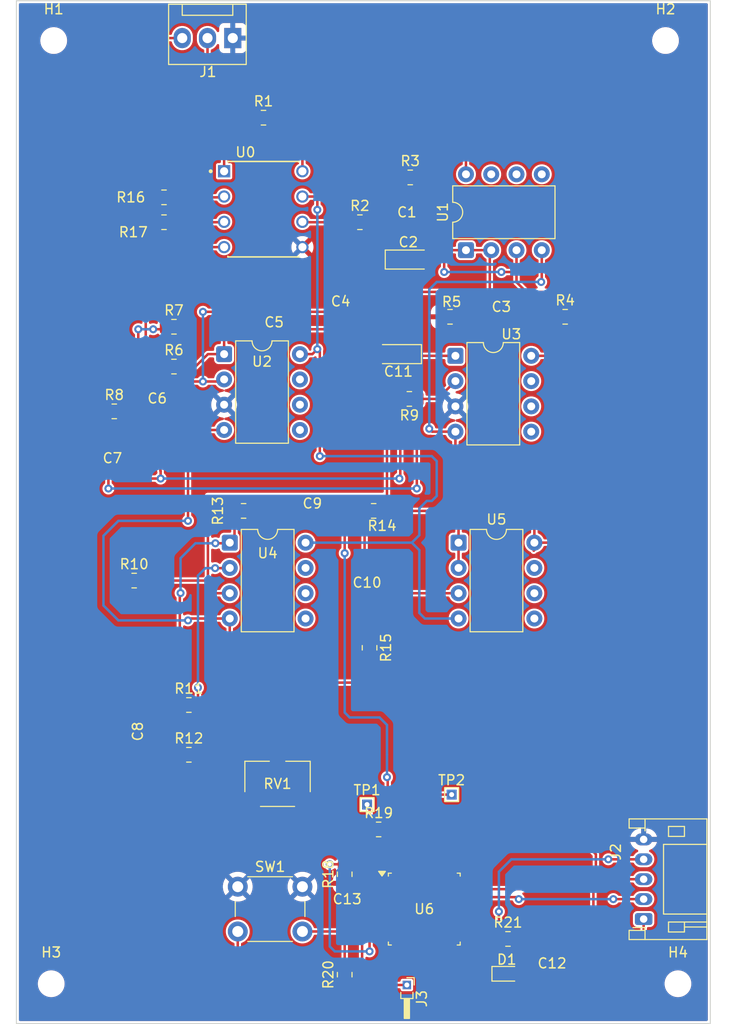
<source format=kicad_pcb>
(kicad_pcb (version 20241229) (generator "pcbnew") (generator_version "9.0")
  (layers (0 "F.Cu" signal) (2 "B.Cu" signal) (13 "F.Paste" user) (15 "B.Paste" user) (5 "F.SilkS" user "F.Silkscreen") (7 "B.SilkS" user "B.Silkscreen") (1 "F.Mask" user) (3 "B.Mask" user) (25 "Edge.Cuts" user))
  (net 0 "")
  (net 1 "Net-(C1-Pad2)")
  (net 2 "Net-(C1-Pad1)")
  (net 3 "Net-(U1A-+)")
  (net 4 "Net-(U1A--)")
  (net 5 "Net-(C3-Pad2)")
  (net 6 "Net-(C4-Pad2)")
  (net 7 "Net-(U2A--)")
  (net 8 "GND")
  (net 9 "Net-(C6-Pad2)")
  (net 10 "Net-(U3A--)")
  (net 11 "Net-(C7-Pad2)")
  (net 12 "Net-(C8-Pad2)")
  (net 13 "Net-(U4A--)")
  (net 14 "Net-(C10-Pad1)")
  (net 15 "Net-(C9-Pad1)")
  (net 16 "Net-(U5A-+)")
  (net 17 "Net-(U4A-+)")
  (net 18 "Net-(C11-Pad1)")
  (net 19 "+3V3")
  (net 20 "/NRST")
  (net 21 "Net-(D1-A)")
  (net 22 "Net-(J1-Pin_2)")
  (net 23 "Net-(J1-Pin_3)")
  (net 24 "/SWDIO")
  (net 25 "/SWCLK")
  (net 26 "Net-(R1-Pad2)")
  (net 27 "Net-(R1-Pad1)")
  (net 28 "Net-(R2-Pad1)")
  (net 29 "Net-(R12-Pad2)")
  (net 30 "Net-(U5A--)")
  (net 31 "/-EEG_IN")
  (net 32 "/+EEG_IN")
  (net 33 "Net-(U6-PA0)")
  (net 35 "-9V")
  (net 36 "+9V")
  (net 48 "Net-(J3-Pin_1)")
  (footprint "Capacitor_SMD:C_0201_0603Metric" (layer "F.Cu") (at 148.595 88.5)
    (property "Reference" "C9")
    (property "Value" "220nF")
  )
  (footprint "Resistor_SMD:R_0805_2012Metric" (layer "F.Cu") (at 170.1625 131.5)
    (property "Reference" "R21")
    (property "Value" "330")
  )
  (footprint "Capacitor_SMD:C_0201_0603Metric" (layer "F.Cu") (at 168.655 69)
    (property "Reference" "C3")
    (property "Value" "220nF")
  )
  (footprint "Resistor_SMD:R_0805_2012Metric" (layer "F.Cu") (at 155.2775 59.5)
    (property "Reference" "R2")
    (property "Value" "22k")
  )
  (footprint "Capacitor_SMD:C_0201_0603Metric" (layer "F.Cu") (at 156 96.75)
    (property "Reference" "C10")
    (property "Value" "10uF")
  )
  (footprint "AD620AN:DIP787W46P254L1016H533Q8" (layer "F.Cu") (at 145.565 58.19)
    (property "Reference" "U0")
    (property "Value" "AD620AN")
  )
  (footprint "MountingHole:MountingHole_2.2mm_M2" (layer "F.Cu") (at 187.25 136)
    (property "Reference" "H4")
    (property "Value" "MountingHole")
  )
  (footprint "Resistor_SMD:R_0805_2012Metric" (layer "F.Cu") (at 156.6625 88.5 180)
    (property "Reference" "R14")
    (property "Value" "12")
  )
  (footprint "Resistor_SMD:R_0805_2012Metric" (layer "F.Cu") (at 143.5875 88.5 180)
    (property "Reference" "R13")
    (property "Value" "22k")
  )
  (footprint "Package_DIP:DIP-8_W7.62mm" (layer "F.Cu") (at 165.94 62.305 90)
    (property "Reference" "U1")
    (property "Value" "LM358")
  )
  (footprint "Resistor_SMD:R_0805_2012Metric" (layer "F.Cu") (at 130.5875 78.5)
    (property "Reference" "R8")
    (property "Value" "180k")
  )
  (footprint "TestPoint:TestPoint_THTPad_1.0x1.0mm_Drill0.5mm" (layer "F.Cu") (at 156 118)
    (property "Reference" "TP1")
    (property "Value" "TestPoint")
  )
  (footprint "Resistor_SMD:R_0805_2012Metric" (layer "F.Cu") (at 136.5875 74)
    (property "Reference" "R6")
    (property "Value" "220k")
  )
  (footprint "MountingHole:MountingHole_2.2mm_M2" (layer "F.Cu") (at 186 41.25)
    (property "Reference" "H2")
    (property "Value" "MountingHole")
  )
  (footprint "Resistor_SMD:R_0805_2012Metric" (layer "F.Cu") (at 136.5875 70)
    (property "Reference" "R7")
    (property "Value" "180k")
  )
  (footprint "Resistor_SMD:R_0805_2012Metric" (layer "F.Cu") (at 156.25 102.25 -90)
    (property "Reference" "R15")
    (property "Value" "12")
  )
  (footprint "Resistor_SMD:R_0805_2012Metric" (layer "F.Cu") (at 138.0875 108)
    (property "Reference" "R11")
    (property "Value" "100k")
  )
  (footprint "Capacitor_SMD:C_0201_0603Metric" (layer "F.Cu") (at 146.655 68.5 180)
    (property "Reference" "C5")
    (property "Value" "220nF")
  )
  (footprint "Capacitor_Tantalum_SMD:CP_EIA-3216-10_Kemet-I" (layer "F.Cu") (at 159.1475 72.75 180)
    (property "Reference" "C11")
    (property "Value" "1uF")
  )
  (footprint "Resistor_SMD:R_0805_2012Metric" (layer "F.Cu") (at 132.5875 95.5)
    (property "Reference" "R10")
    (property "Value" "47k")
  )
  (footprint "Package_QFP:LQFP-32_7x7mm_P0.8mm" (layer "F.Cu") (at 161.75 128.5)
    (property "Reference" "U6")
    (property "Value" "STM32F030K6Tx")
  )
  (footprint "Resistor_SMD:R_0805_2012Metric" (layer "F.Cu") (at 153.75 135.0875 90)
    (property "Reference" "R20")
    (property "Value" "10k")
  )
  (footprint "Capacitor_Tantalum_SMD:CP_EIA-3216-10_Kemet-I" (layer "F.Cu") (at 160.1475 63.25)
    (property "Reference" "C2")
    (property "Value" "10uF")
  )
  (footprint "TestPoint:TestPoint_THTPad_1.0x1.0mm_Drill0.5mm" (layer "F.Cu") (at 164.5 117)
    (property "Reference" "TP2")
    (property "Value" "TestPoint")
  )
  (footprint "Resistor_SMD:R_0805_2012Metric" (layer "F.Cu") (at 160.3375 55)
    (property "Reference" "R3")
    (property "Value" "12")
  )
  (footprint "Connector_PinHeader_1.00mm:PinHeader_1x01_P1.00mm_Horizontal" (layer "F.Cu") (at 160 136.125 -90)
    (property "Reference" "J3")
    (property "Value" "Conn_01x01_Pin")
  )
  (footprint "LED_SMD:LED_0603_1608Metric" (layer "F.Cu") (at 170.0375 135)
    (property "Reference" "D1")
    (property "Value" "LED")
  )
  (footprint "Resistor_SMD:R_0805_2012Metric" (layer "F.Cu") (at 160.25 77.25 180)
    (property "Reference" "R9")
    (property "Value" "100k")
  )
  (footprint "Capacitor_SMD:C_0201_0603Metric" (layer "F.Cu") (at 174.595 135)
    (property "Reference" "C12")
    (property "Value" "0.1uF")
  )
  (footprint "Package_DIP:DIP-8_W7.62mm" (layer "F.Cu") (at 165.195 91.69)
    (property "Reference" "U5")
    (property "Value" "LM358")
  )
  (footprint "Capacitor_SMD:C_0201_0603Metric" (layer "F.Cu") (at 134.905 78.25)
    (property "Reference" "C6")
    (property "Value" "100nF")
  )
  (footprint "MountingHole:MountingHole_2.2mm_M2" (layer "F.Cu") (at 124.25 136)
    (property "Reference" "H3")
    (property "Value" "MountingHole")
  )
  (footprint "Resistor_SMD:R_0805_2012Metric" (layer "F.Cu") (at 175.9125 69)
    (property "Reference" "R4")
    (property "Value" "12")
  )
  (footprint "Capacitor_SMD:C_0201_0603Metric" (layer "F.Cu") (at 130.405 84.25)
    (property "Reference" "C7")
    (property "Value" "25nF")
  )
  (footprint "Resistor_SMD:R_0805_2012Metric" (layer "F.Cu") (at 135.5875 57)
    (property "Reference" "R16")
    (property "Value" "10k")
  )
  (footprint "Potentiometer_SMD:Potentiometer_Bourns_3269W_Vertical" (layer "F.Cu") (at 147 115.915 180)
    (property "Reference" "RV1")
    (property "Value" "1k")
  )
  (footprint "Package_DIP:DIP-8_W7.62mm" (layer "F.Cu") (at 142.195 91.69)
    (property "Reference" "U4")
    (property "Value" "LM358")
  )
  (footprint "Package_DIP:DIP-8_W7.62mm" (layer "F.Cu") (at 141.63 72.75)
    (property "Reference" "U2")
    (property "Value" "LM358")
  )
  (footprint "Capacitor_SMD:C_0201_0603Metric" (layer "F.Cu") (at 134 110.655 90)
    (property "Reference" "C8")
    (property "Value" "220nF")
  )
  (footprint "Capacitor_SMD:C_0201_0603Metric" (layer "F.Cu") (at 160.095 59.5)
    (property "Reference" "C1")
    (property "Value" "220nF")
  )
  (footprint "Button_Switch_THT:SW_PUSH_6mm" (layer "F.Cu") (at 143 126.25)
    (property "Reference" "SW1")
    (property "Value" "SW_Push")
  )
  (footprint "Resistor_SMD:R_0805_2012Metric" (layer "F.Cu") (at 164.3375 69)
    (property "Reference" "R5")
    (property "Value" "47k")
  )
  (footprint "Resistor_SMD:R_0805_2012Metric" (layer "F.Cu") (at 157.1625 120.5)
    (property "Reference" "R19")
    (property "Value" "5.6k")
  )
  (footprint "Capacitor_SMD:C_0201_0603Metric" (layer "F.Cu") (at 154.07 129)
    (property "Reference" "C13")
    (property "Value" "100nF")
  )
  (footprint "Resistor_SMD:R_0805_2012Metric" (layer "F.Cu") (at 153.75 125 90)
    (property "Reference" "R18")
    (property "Value" "3.3k")
  )
  (footprint "Package_DIP:DIP-8_W7.62mm" (layer "F.Cu") (at 164.88 72.92)
    (property "Reference" "U3")
    (property "Value" "LM358")
  )
  (footprint "Connector_JST:JST_PH_S5B-PH-K_1x05_P2.00mm_Horizontal" (layer "F.Cu") (at 183.8 129.5 90)
    (property "Reference" "J2")
    (property "Value" "Conn_01x05_Pin")
  )
  (footprint "Resistor_SMD:R_0805_2012Metric" (layer "F.Cu") (at 138.0875 113)
    (property "Reference" "R12")
    (property "Value" "220k")
  )
  (footprint "MountingHole:MountingHole_2.2mm_M2" (layer "F.Cu") (at 124.5 41.25)
    (property "Reference" "H1")
    (property "Value" "MountingHole")
  )
  (footprint "Connector:FanPinHeader_1x03_P2.54mm_Vertical" (layer "F.Cu") (at 142.5 41 180)
    (property "Reference" "J1")
    (property "Value" "Conn_01x03_Male")
  )
  (footprint "Capacitor_SMD:C_0201_0603Metric" (layer "F.Cu") (at 153.345 68.5)
    (property "Reference" "C4")
    (property "Value" "220nF")
  )
  (footprint "Resistor_SMD:R_0805_2012Metric" (layer "F.Cu") (at 145.5875 49)
    (property "Reference" "R1")
    (property "Value" "560")
  )
  (footprint "Resistor_SMD:R_0805_2012Metric" (layer "F.Cu") (at 135.5875 59.5)
    (property "Reference" "R17")
    (property "Value" "10k")
  )
  (gr_rect (start 120.75 37.25) (end 190.5 140) (stroke (width 0.1)) (fill no) (layer "Edge.Cuts"))
  (segment (start 158.795 61.045) (end 158.75 61) (width 0.25) (layer "F.Cu") (net 1))
  (segment (start 160.5 58.75) (end 160.415 58.835) (width 0.25) (layer "F.Cu") (net 1))
  (segment (start 159.5 58.75) (end 160.5 58.75) (width 0.25) (layer "F.Cu") (net 1))
  (segment (start 159.425 55) (end 159.425 58.675) (width 0.25) (layer "F.Cu") (net 1))
  (segment (start 159 60.75) (end 160.25 60.75) (width 0.25) (layer "F.Cu") (net 1))
  (segment (start 160.25 60.75) (end 160.415 60.585) (width 0.25) (layer "F.Cu") (net 1))
  (segment (start 158.75 61) (end 159 60.75) (width 0.25) (layer "F.Cu") (net 1))
  (segment (start 159.425 58.675) (end 159.5 58.75) (width 0.25) (layer "F.Cu") (net 1))
  (segment (start 160.415 60.585) (end 160.415 59.5) (width 0.25) (layer "F.Cu") (net 1))
  (segment (start 158.795 63.25) (end 158.795 61.045) (width 0.25) (layer "F.Cu") (net 1))
  (segment (start 160.415 58.835) (end 160.415 59.5) (width 0.25) (layer "F.Cu") (net 1))
  (segment (start 156.19 59.5) (end 159.775 59.5) (width 0.25) (layer "F.Cu") (net 2))
  (segment (start 176.25 66.5) (end 176.825 67.075) (width 0.25) (layer "F.Cu") (net 3))
  (segment (start 172 66.5) (end 176.25 66.5) (width 0.25) (layer "F.Cu") (net 3))
  (segment (start 163.75 64.5) (end 163.75 63.5) (width 0.25) (layer "F.Cu") (net 3))
  (segment (start 176.825 67.075) (end 176.825 69) (width 0.25) (layer "F.Cu") (net 3))
  (segment (start 171.02 62.305) (end 171.02 64.5) (width 0.25) (layer "F.Cu") (net 3))
  (segment (start 171.02 65.52) (end 172 66.5) (width 0.25) (layer "F.Cu") (net 3))
  (segment (start 171.02 64.5) (end 169.5 64.5) (width 0.25) (layer "F.Cu") (net 3))
  (segment (start 163.5 63.25) (end 161.5 63.25) (width 0.25) (layer "F.Cu") (net 3))
  (segment (start 163.75 63.5) (end 163.5 63.25) (width 0.25) (layer "F.Cu") (net 3))
  (segment (start 171.02 64.5) (end 171.02 65.52) (width 0.25) (layer "F.Cu") (net 3))
  (via (at 163.75 64.5) (size 0.8) (drill 0.4) (layers "F.Cu" "B.Cu") (net 3))
  (via (at 169.5 64.5) (size 0.8) (drill 0.4) (layers "F.Cu" "B.Cu") (net 3))
  (segment (start 169.5 64.5) (end 163.75 64.5) (width 0.25) (layer "B.Cu") (net 3))
  (segment (start 168.48 62.305) (end 165.94 62.305) (width 0.25) (layer "F.Cu") (net 4))
  (segment (start 162.5 55) (end 163.5 56) (width 0.25) (layer "F.Cu") (net 4))
  (segment (start 163.5 56) (end 163.5 61.5) (width 0.25) (layer "F.Cu") (net 4))
  (segment (start 168.48 62.305) (end 168.335 62.45) (width 0.25) (layer "F.Cu") (net 4))
  (segment (start 168.335 62.45) (end 168.335 69) (width 0.25) (layer "F.Cu") (net 4))
  (segment (start 161.25 55) (end 162.5 55) (width 0.25) (layer "F.Cu") (net 4))
  (segment (start 164.305 62.305) (end 165.94 62.305) (width 0.25) (layer "F.Cu") (net 4))
  (segment (start 163.5 61.5) (end 164.305 62.305) (width 0.25) (layer "F.Cu") (net 4))
  (segment (start 165.25 70.25) (end 165.25 69) (width 0.25) (layer "F.Cu") (net 5))
  (segment (start 153.025 68.25) (end 153.025 68.5) (width 0.25) (layer "F.Cu") (net 5))
  (segment (start 165.25 69) (end 165.25 67) (width 0.25) (layer "F.Cu") (net 5))
  (segment (start 169 69.025) (end 169 70) (width 0.25) (layer "F.Cu") (net 5))
  (segment (start 153.025 67.475) (end 153.025 68.25) (width 0.25) (layer "F.Cu") (net 5))
  (segment (start 152.775 68.5) (end 146.975 68.5) (width 0.25) (layer "F.Cu") (net 5))
  (segment (start 165.25 67) (end 164.75 66.5) (width 0.25) (layer "F.Cu") (net 5))
  (segment (start 164.75 66.5) (end 154 66.5) (width 0.25) (layer "F.Cu") (net 5))
  (segment (start 168.5 70.5) (end 165.5 70.5) (width 0.25) (layer "F.Cu") (net 5))
  (segment (start 169 70) (end 168.5 70.5) (width 0.25) (layer "F.Cu") (net 5))
  (segment (start 154 66.5) (end 153.025 67.475) (width 0.25) (layer "F.Cu") (net 5))
  (segment (start 165.5 70.5) (end 165.25 70.25) (width 0.25) (layer "F.Cu") (net 5))
  (segment (start 168.975 69) (end 169 69.025) (width 0.25) (layer "F.Cu") (net 5))
  (segment (start 153.025 68.25) (end 152.775 68.5) (width 0.25) (layer "F.Cu") (net 5))
  (segment (start 141.63 70.74) (end 141.63 72.75) (width 0.25) (layer "F.Cu") (net 6))
  (segment (start 153.25 70.25) (end 142.12 70.25) (width 0.25) (layer "F.Cu") (net 6))
  (segment (start 137.5 70) (end 137.5 74) (width 0.25) (layer "F.Cu") (net 6))
  (segment (start 153.75 69.75) (end 153.25 70.25) (width 0.25) (layer "F.Cu") (net 6))
  (segment (start 138.75 74) (end 137.5 74) (width 0.25) (layer "F.Cu") (net 6))
  (segment (start 153.75 68.585) (end 153.75 69.75) (width 0.25) (layer "F.Cu") (net 6))
  (segment (start 153.665 68.5) (end 153.75 68.585) (width 0.25) (layer "F.Cu") (net 6))
  (segment (start 142.12 70.25) (end 141.63 70.74) (width 0.25) (layer "F.Cu") (net 6))
  (segment (start 140 72.75) (end 138.75 74) (width 0.25) (layer "F.Cu") (net 6))
  (segment (start 141.63 72.75) (end 140 72.75) (width 0.25) (layer "F.Cu") (net 6))
  (segment (start 141.42 75.5) (end 141.63 75.29) (width 0.25) (layer "F.Cu") (net 7))
  (segment (start 146.335 68.5) (end 139.5 68.5) (width 0.25) (layer "F.Cu") (net 7))
  (segment (start 139.5 75.5) (end 136.075 75.5) (width 0.25) (layer "F.Cu") (net 7))
  (segment (start 136.075 75.5) (end 135.675 75.1) (width 0.25) (layer "F.Cu") (net 7))
  (segment (start 135.675 75.1) (end 135.675 74) (width 0.25) (layer "F.Cu") (net 7))
  (segment (start 139.5 75.5) (end 141.42 75.5) (width 0.25) (layer "F.Cu") (net 7))
  (via (at 139.5 68.5) (size 0.8) (drill 0.4) (layers "F.Cu" "B.Cu") (net 7))
  (via (at 139.5 75.5) (size 0.8) (drill 0.4) (layers "F.Cu" "B.Cu") (net 7))
  (segment (start 139.5 68.5) (end 139.5 75.5) (width 0.25) (layer "B.Cu") (net 7))
  (segment (start 135.25 84.5) (end 135.225 84.475) (width 0.25) (layer "F.Cu") (net 9))
  (segment (start 133.75 77.25) (end 133 76.5) (width 0.25) (layer "F.Cu") (net 9))
  (segment (start 159.3375 85.1625) (end 159.25 85.25) (width 0.25) (layer "F.Cu") (net 9))
  (segment (start 133 76.5) (end 133 70.25) (width 0.25) (layer "F.Cu") (net 9))
  (segment (start 131.5 78.5) (end 132 79) (width 0.25) (layer "F.Cu") (net 9))
  (segment (start 134.5 70.25) (end 135.425 70.25) (width 0.25) (layer "F.Cu") (net 9))
  (segment (start 135.225 84.475) (end 135.225 78.25) (width 0.25) (layer "F.Cu") (net 9))
  (segment (start 135.25 85.25) (end 135.25 84.5) (width 0.25) (layer "F.Cu") (net 9))
  (segment (start 132 84.5) (end 132.75 85.25) (width 0.25) (layer "F.Cu") (net 9))
  (segment (start 135.425 70.25) (end 135.675 70) (width 0.25) (layer "F.Cu") (net 9))
  (segment (start 135.225 78.25) (end 135.225 77.275) (width 0.25) (layer "F.Cu") (net 9))
  (segment (start 135.225 77.275) (end 135.25 77.25) (width 0.25) (layer "F.Cu") (net 9))
  (segment (start 159.3375 77.25) (end 159.3375 85.1625) (width 0.25) (layer "F.Cu") (net 9))
  (segment (start 135.25 77.25) (end 133.75 77.25) (width 0.25) (layer "F.Cu") (net 9))
  (segment (start 132 79) (end 132 84.5) (width 0.25) (layer "F.Cu") (net 9))
  (segment (start 132.75 85.25) (end 135.25 85.25) (width 0.25) (layer "F.Cu") (net 9))
  (via (at 159.25 85.25) (size 0.8) (drill 0.4) (layers "F.Cu" "B.Cu") (net 9))
  (via (at 133 70.25) (size 0.8) (drill 0.4) (layers "F.Cu" "B.Cu") (net 9))
  (via (at 134.5 70.25) (size 0.8) (drill 0.4) (layers "F.Cu" "B.Cu") (net 9))
  (via (at 135.25 85.25) (size 0.8) (drill 0.4) (layers "F.Cu" "B.Cu") (net 9))
  (segment (start 133 70.25) (end 134.5 70.25) (width 0.25) (layer "B.Cu") (net 9))
  (segment (start 159.25 85.25) (end 135.25 85.25) (width 0.25) (layer "B.Cu") (net 9))
  (segment (start 163.09 77.25) (end 161.1625 77.25) (width 0.25) (layer "F.Cu") (net 10))
  (segment (start 164.88 75.46) (end 163.09 77.25) (width 0.25) (layer "F.Cu") (net 10))
  (segment (start 161.1625 77.25) (end 161 77.4125) (width 0.25) (layer "F.Cu") (net 10))
  (segment (start 161 77.4125) (end 161 86.25) (width 0.25) (layer "F.Cu") (net 10))
  (segment (start 130 84.335) (end 130.085 84.25) (width 0.25) (layer "F.Cu") (net 10))
  (segment (start 130 86.25) (end 130 84.335) (width 0.25) (layer "F.Cu") (net 10))
  (via (at 161 86.25) (size 0.8) (drill 0.4) (layers "F.Cu" "B.Cu") (net 10))
  (via (at 130 86.25) (size 0.8) (drill 0.4) (layers "F.Cu" "B.Cu") (net 10))
  (segment (start 161 86.25) (end 130 86.25) (width 0.25) (layer "B.Cu") (net 10))
  (segment (start 130.5 81.5) (end 130.5 81.55) (width 0.25) (layer "F.Cu") (net 11))
  (segment (start 129.675 80.675) (end 130.5 81.5) (width 0.25) (layer "F.Cu") (net 11))
  (segment (start 130.725 81.775) (end 130.725 84.25) (width 0.25) (layer "F.Cu") (net 11))
  (segment (start 129.675 78.5) (end 129.675 80.675) (width 0.25) (layer "F.Cu") (net 11))
  (segment (start 130.5 81.55) (end 130.725 81.775) (width 0.25) (layer "F.Cu") (net 11))
  (segment (start 142.675 91.21) (end 142.195 91.69) (width 0.25) (layer "F.Cu") (net 12))
  (segment (start 135 108) (end 137.175 108) (width 0.25) (layer "F.Cu") (net 12))
  (segment (start 142.135 91.75) (end 142.195 91.69) (width 0.25) (layer "F.Cu") (net 12))
  (segment (start 137.175 108) (end 137.175 96.825) (width 0.25) (layer "F.Cu") (net 12))
  (segment (start 140.75 91.75) (end 142.135 91.75) (width 0.25) (layer "F.Cu") (net 12))
  (segment (start 142.675 88.5) (end 142.675 91.21) (width 0.25) (layer "F.Cu") (net 12))
  (segment (start 137.175 96.825) (end 137.25 96.75) (width 0.25) (layer "F.Cu") (net 12))
  (segment (start 134 109) (end 135 108) (width 0.25) (layer "F.Cu") (net 12))
  (segment (start 134 110.335) (end 134 109) (width 0.25) (layer "F.Cu") (net 12))
  (via (at 137.25 96.75) (size 0.8) (drill 0.4) (layers "F.Cu" "B.Cu") (net 12))
  (via (at 140.75 91.75) (size 0.8) (drill 0.4) (layers "F.Cu" "B.Cu") (net 12))
  (segment (start 138.75 91.75) (end 140.75 91.75) (width 0.25) (layer "B.Cu") (net 12))
  (segment (start 137.25 93.25) (end 138.75 91.75) (width 0.25) (layer "B.Cu") (net 12))
  (segment (start 137.25 96.75) (end 137.25 93.25) (width 0.25) (layer "B.Cu") (net 12))
  (segment (start 137.25 110.25) (end 137.25 110.5) (width 0.25) (layer "F.Cu") (net 13))
  (segment (start 134.476 110.5) (end 136.675 110.5) (width 0.25) (layer "F.Cu") (net 13))
  (segment (start 134.258516 110.841) (end 134.476 110.623516) (width 0.25) (layer "F.Cu") (net 13))
  (segment (start 136.675 110.5) (end 137.175 111) (width 0.25) (layer "F.Cu") (net 13))
  (segment (start 137.175 110.575) (end 137.175 111) (width 0.25) (layer "F.Cu") (net 13))
  (segment (start 134.134 110.841) (end 134.258516 110.841) (width 0.25) (layer "F.Cu") (net 13))
  (segment (start 138.25 110.25) (end 137.25 110.25) (width 0.25) (layer "F.Cu") (net 13))
  (segment (start 134.476 110.623516) (end 134.476 110.5) (width 0.25) (layer "F.Cu") (net 13))
  (segment (start 134 110.975) (end 134.134 110.841) (width 0.25) (layer "F.Cu") (net 13))
  (segment (start 140.725 94.25) (end 142.175 94.25) (width 0.25) (layer "F.Cu") (net 13))
  (segment (start 139 108) (end 139 106.25) (width 0.25) (layer "F.Cu") (net 13))
  (segment (start 137.25 110.5) (end 137.175 110.575) (width 0.25) (layer "F.Cu") (net 13))
  (segment (start 142.175 94.25) (end 142.195 94.23) (width 0.25) (layer "F.Cu") (net 13))
  (segment (start 139 108) (end 139 109.5) (width 0.25) (layer "F.Cu") (net 13))
  (segment (start 139 109.5) (end 138.25 110.25) (width 0.25) (layer "F.Cu") (net 13))
  (segment (start 137.175 111) (end 137.175 113) (width 0.25) (layer "F.Cu") (net 13))
  (via (at 140.725 94.25) (size 0.8) (drill 0.4) (layers "F.Cu" "B.Cu") (net 13))
  (via (at 139 106.25) (size 0.8) (drill 0.4) (layers "F.Cu" "B.Cu") (net 13))
  (segment (start 139.75 94.25) (end 140.725 94.25) (width 0.25) (layer "B.Cu") (net 13))
  (segment (start 139 106.25) (end 139 95) (width 0.25) (layer "B.Cu") (net 13))
  (segment (start 139 95) (end 139.75 94.25) (width 0.25) (layer "B.Cu") (net 13))
  (segment (start 155.75 88.5) (end 148.915 88.5) (width 0.25) (layer "F.Cu") (net 14))
  (segment (start 155.75 96.68) (end 155.68 96.75) (width 0.25) (layer "F.Cu") (net 14))
  (segment (start 155.75 88.5) (end 155.75 96.68) (width 0.25) (layer "F.Cu") (net 14))
  (segment (start 149 89.5) (end 148.275 88.775) (width 0.25) (layer "F.Cu") (net 15))
  (segment (start 153.75 90.25) (end 153 89.5) (width 0.25) (layer "F.Cu") (net 15))
  (segment (start 158.5 117) (end 164.5 117) (width 0.25) (layer "F.Cu") (net 15))
  (segment (start 158.075 116.575) (end 158.075 115.325) (width 0.25) (layer "F.Cu") (net 15))
  (segment (start 158.075 115.325) (end 158 115.25) (width 0.25) (layer "F.Cu") (net 15))
  (segment (start 158.5 117) (end 158.075 116.575) (width 0.25) (layer "F.Cu") (net 15))
  (segment (start 158.075 120.5) (end 158.075 117.425) (width 0.25) (layer "F.Cu") (net 15))
  (segment (start 153.75 92.75) (end 153.75 90.25) (width 0.25) (layer "F.Cu") (net 15))
  (segment (start 158.075 117.425) (end 158.5 117) (width 0.25) (layer "F.Cu") (net 15))
  (segment (start 144.5 88.5) (end 148.275 88.5) (width 0.25) (layer "F.Cu") (net 15))
  (segment (start 148.275 88.775) (end 148.275 88.5) (width 0.25) (layer "F.Cu") (net 15))
  (segment (start 153 89.5) (end 149 89.5) (width 0.25) (layer "F.Cu") (net 15))
  (via (at 153.75 92.75) (size 0.8) (drill 0.4) (layers "F.Cu" "B.Cu") (net 15))
  (via (at 158 115.25) (size 0.8) (drill 0.4) (layers "F.Cu" "B.Cu") (net 15))
  (segment (start 158 113) (end 158 110) (width 0.25) (layer "B.Cu") (net 15))
  (segment (start 158 110) (end 157.25 109.25) (width 0.25) (layer "B.Cu") (net 15))
  (segment (start 153.75 108.75) (end 153.75 92.75) (width 0.25) (layer "B.Cu") (net 15))
  (segment (start 158 115.25) (end 158 113) (width 0.25) (layer "B.Cu") (net 15))
  (segment (start 157.25 109.25) (end 154.25 109.25) (width 0.25) (layer "B.Cu") (net 15))
  (segment (start 154.25 109.25) (end 153.75 108.75) (width 0.25) (layer "B.Cu") (net 15))
  (segment (start 156.34 96.77) (end 156.32 96.75) (width 0.25) (layer "F.Cu") (net 16))
  (segment (start 156.25 101.3375) (end 156.25 96.82) (width 0.25) (layer "F.Cu") (net 16))
  (segment (start 156.25 96.82) (end 156.32 96.75) (width 0.25) (layer "F.Cu") (net 16))
  (segment (start 165.195 96.77) (end 156.34 96.77) (width 0.25) (layer "F.Cu") (net 16))
  (segment (start 140 95.5) (end 140 96.75) (width 0.25) (layer "F.Cu") (net 17))
  (segment (start 140.02 96.77) (end 142.195 96.77) (width 0.25) (layer "F.Cu") (net 17))
  (segment (start 158 72.955) (end 158 87) (width 0.25) (layer "F.Cu") (net 17))
  (segment (start 140 96.75) (end 140.02 96.77) (width 0.25) (layer "F.Cu") (net 17))
  (segment (start 157.795 72.75) (end 158 72.955) (width 0.25) (layer "F.Cu") (net 17))
  (segment (start 158 87) (end 140 87) (width 0.25) (layer "F.Cu") (net 17))
  (segment (start 140 87) (end 140 95.5) (width 0.25) (layer "F.Cu") (net 17))
  (segment (start 133.5 95.5) (end 140 95.5) (width 0.25) (layer "F.Cu") (net 17))
  (segment (start 160.67 72.92) (end 160.5 72.75) (width 0.25) (layer "F.Cu") (net 18))
  (segment (start 164.88 72.92) (end 160.67 72.92) (width 0.25) (layer "F.Cu") (net 18))
  (segment (start 160.566274 131.3) (end 158.166274 128.9) (width 0.25) (layer "F.Cu") (net 19))
  (segment (start 169.25 131.5) (end 166.125 131.5) (width 0.25) (layer "F.Cu") (net 19))
  (segment (start 156 129) (end 156.1 128.9) (width 0.25) (layer "F.Cu") (net 19))
  (segment (start 166.125 131.5) (end 165.925 131.3) (width 0.25) (layer "F.Cu") (net 19))
  (segment (start 155 136) (end 155.5 135.5) (width 0.25) (layer "F.Cu") (net 19))
  (segment (start 156.1 128.9) (end 157.575 128.9) (width 0.25) (layer "F.Cu") (net 19))
  (segment (start 174.25 133.5) (end 169.25 133.5) (width 0.25) (layer "F.Cu") (net 19))
  (segment (start 153.75 136) (end 155 136) (width 0.25) (layer "F.Cu") (net 19))
  (segment (start 169.25 133.5) (end 169.25 131.5) (width 0.25) (layer "F.Cu") (net 19))
  (segment (start 169.25 128.75) (end 169.25 131.5) (width 0.25) (layer "F.Cu") (net 19))
  (segment (start 155.5 129) (end 156 129) (width 0.25) (layer "F.Cu") (net 19))
  (segment (start 183.8 123.5) (end 180.25 123.5) (width 0.25) (layer "F.Cu") (net 19))
  (segment (start 158.324999 128.9) (end 157.575 128.9) (width 0.25) (layer "F.Cu") (net 19))
  (segment (start 155.5 135.5) (end 155.5 129) (width 0.25) (layer "F.Cu") (net 19))
  (segment (start 165.925 131.3) (end 160.566274 131.3) (width 0.25) (layer "F.Cu") (net 19))
  (segment (start 158.601 125.901) (end 158.601 128.623999) (width 0.25) (layer "F.Cu") (net 19))
  (segment (start 174.275 133.525) (end 174.25 133.5) (width 0.25) (layer "F.Cu") (net 19))
  (segment (start 157.575 125.7) (end 158.4 125.7) (width 0.25) (layer "F.Cu") (net 19))
  (segment (start 174.275 135) (end 174.275 133.525) (width 0.25) (layer "F.Cu") (net 19))
  (segment (start 158.4 125.7) (end 158.601 125.901) (width 0.25) (layer "F.Cu") (net 19))
  (segment (start 158.601 128.623999) (end 158.324999 128.9) (width 0.25) (layer "F.Cu") (net 19))
  (segment (start 158.166274 128.9) (end 157.575 128.9) (width 0.25) (layer "F.Cu") (net 19))
  (via (at 180.25 123.5) (size 0.8) (drill 0.4) (layers "F.Cu" "B.Cu") (net 19))
  (via (at 169.25 128.75) (size 0.8) (drill 0.4) (layers "F.Cu" "B.Cu") (net 19))
  (segment (start 170.5 123.5) (end 169.25 124.75) (width 0.25) (layer "B.Cu") (net 19))
  (segment (start 180.25 123.5) (end 170.5 123.5) (width 0.25) (layer "B.Cu") (net 19))
  (segment (start 169.25 124.75) (end 169.25 128.75) (width 0.25) (layer "B.Cu") (net 19))
  (segment (start 156 123) (end 156.75 122.25) (width 0.25) (layer "F.Cu") (net 20))
  (segment (start 153.775 128.025) (end 153.775 130.5) (width 0.25) (layer "F.Cu") (net 20))
  (segment (start 153.75 134.175) (end 143.675 134.175) (width 0.25) (layer "F.Cu") (net 20))
  (segment (start 153.775 130.5) (end 153.775 130) (width 0.25) (layer "F.Cu") (net 20))
  (segment (start 156.75 122.25) (end 178.25 122.25) (width 0.25) (layer "F.Cu") (net 20))
  (segment (start 153.025 130.75) (end 149.5 130.75) (width 0.25) (layer "F.Cu") (net 20))
  (segment (start 155.4 127.5) (end 154.3 127.5) (width 0.25) (layer "F.Cu") (net 20))
  (segment (start 153.75 134.175) (end 153.75 130.525) (width 0.25) (layer "F.Cu") (net 20))
  (segment (start 156 128.1) (end 156 123) (width 0.25) (layer "F.Cu") (net 20))
  (segment (start 178.25 122.25) (end 179 123) (width 0.25) (layer "F.Cu") (net 20))
  (segment (start 157.575 128.1) (end 156 128.1) (width 0.25) (layer "F.Cu") (net 20))
  (segment (start 156 128.1) (end 155.4 127.5) (width 0.25) (layer "F.Cu") (net 20))
  (segment (start 154.3 127.5) (end 153.775 128.025) (width 0.25) (layer "F.Cu") (net 20))
  (segment (start 143.675 134.175) (end 143 133.5) (width 0.25) (layer "F.Cu") (net 20))
  (segment (start 180 125.5) (end 183.8 125.5) (width 0.25) (layer "F.Cu") (net 20))
  (segment (start 153.75 130.525) (end 153.775 130.5) (width 0.25) (layer "F.Cu") (net 20))
  (segment (start 143 133.5) (end 143 130.75) (width 0.25) (layer "F.Cu") (net 20))
  (segment (start 179 123) (end 179 124.5) (width 0.25) (layer "F.Cu") (net 20))
  (segment (start 153.775 130) (end 153.025 130.75) (width 0.25) (layer "F.Cu") (net 20))
  (segment (start 179 124.5) (end 180 125.5) (width 0.25) (layer "F.Cu") (net 20))
  (segment (start 171.5 137) (end 170.825 136.325) (width 0.25) (layer "F.Cu") (net 21))
  (segment (start 176.5 131.5) (end 177 132) (width 0.25) (layer "F.Cu") (net 21))
  (segment (start 170.825 136.325) (end 170.825 135) (width 0.25) (layer "F.Cu") (net 21))
  (segment (start 176.5 137) (end 171.5 137) (width 0.25) (layer "F.Cu") (net 21))
  (segment (start 177 136.5) (end 176.5 137) (width 0.25) (layer "F.Cu") (net 21))
  (segment (start 177 132) (end 177 136.5) (width 0.25) (layer "F.Cu") (net 21))
  (segment (start 171.075 131.5) (end 176.5 131.5) (width 0.25) (layer "F.Cu") (net 21))
  (segment (start 136 45.5) (end 139 45.5) (width 0.25) (layer "F.Cu") (net 22))
  (segment (start 139 45.5) (end 139.96 44.54) (width 0.25) (layer "F.Cu") (net 22))
  (segment (start 134.675 57) (end 134.675 46.825) (width 0.25) (layer "F.Cu") (net 22))
  (segment (start 134.675 46.825) (end 136 45.5) (width 0.25) (layer "F.Cu") (net 22))
  (segment (start 139.96 44.54) (end 139.96 41) (width 0.25) (layer "F.Cu") (net 22))
  (segment (start 134.5 41) (end 137.42 41) (width 0.25) (layer "F.Cu") (net 23))
  (segment (start 133 42.5) (end 134.5 41) (width 0.25) (layer "F.Cu") (net 23))
  (segment (start 134.675 59.5) (end 133.5 59.5) (width 0.25) (layer "F.Cu") (net 23))
  (segment (start 133.5 59.5) (end 133 59) (width 0.25) (layer "F.Cu") (net 23))
  (segment (start 133 59) (end 133 42.5) (width 0.25) (layer "F.Cu") (net 23))
  (segment (start 180 132) (end 183.5 132) (width 0.25) (layer "F.Cu") (net 24))
  (segment (start 178.75 126.75) (end 178.75 130.75) (width 0.25) (layer "F.Cu") (net 24))
  (segment (start 183.5 132) (end 183.8 131.7) (width 0.25) (layer "F.Cu") (net 24))
  (segment (start 183.8 131.7) (end 183.8 129.5) (width 0.25) (layer "F.Cu") (net 24))
  (segment (start 178.75 130.75) (end 180 132) (width 0.25) (layer "F.Cu") (net 24))
  (segment (start 178.5 126.5) (end 178.75 126.75) (width 0.25) (layer "F.Cu") (net 24))
  (segment (start 165.925 126.5) (end 178.5 126.5) (width 0.25) (layer "F.Cu") (net 24))
  (segment (start 183.8 127.5) (end 180.75 127.5) (width 0.25) (layer "F.Cu") (net 25))
  (segment (start 171.05 127.3) (end 165.925 127.3) (width 0.25) (layer "F.Cu") (net 25))
  (segment (start 171.25 127.5) (end 171.05 127.3) (width 0.25) (layer "F.Cu") (net 25))
  (via (at 180.75 127.5) (size 0.8) (drill 0.4) (layers "F.Cu" "B.Cu") (net 25))
  (via (at 171.25 127.5) (size 0.8) (drill 0.4) (layers "F.Cu" "B.Cu") (net 25))
  (segment (start 180.75 127.5) (end 171.25 127.5) (width 0.25) (layer "B.Cu") (net 25))
  (segment (start 149.5 54.38) (end 149.5 49.5) (width 0.25) (layer "F.Cu") (net 26))
  (segment (start 149 49) (end 146.5 49) (width 0.25) (layer "F.Cu") (net 26))
  (segment (start 149.5 49.5) (end 149 49) (width 0.25) (layer "F.Cu") (net 26))
  (segment (start 141.63 49.49) (end 141.63 54.38) (width 0.25) (layer "F.Cu") (net 27))
  (segment (start 144.675 49) (end 142.12 49) (width 0.25) (layer "F.Cu") (net 27))
  (segment (start 142.12 49) (end 141.63 49.49) (width 0.25) (layer "F.Cu") (net 27))
  (segment (start 149.54 59.5) (end 149.5 59.46) (width 0.25) (layer "F.Cu") (net 28))
  (segment (start 154.365 59.5) (end 149.54 59.5) (width 0.25) (layer "F.Cu") (net 28))
  (segment (start 139 113) (end 146.5 113) (width 0.25) (layer "F.Cu") (net 29))
  (segment (start 146.5 113) (end 147 113.5) (width 0.25) (layer "F.Cu") (net 29))
  (segment (start 165.195 90.195) (end 165.195 91.69) (width 0.25) (layer "F.Cu") (net 30))
  (segment (start 157.575 88.5) (end 163.5 88.5) (width 0.25) (layer "F.Cu") (net 30))
  (segment (start 163.5 88.5) (end 165.195 90.195) (width 0.25) (layer "F.Cu") (net 30))
  (segment (start 165.195 91.69) (end 165.195 94.23) (width 0.25) (layer "F.Cu") (net 30))
  (segment (start 136.5 57) (end 141.55 57) (width 0.25) (layer "F.Cu") (net 31))
  (segment (start 141.55 57) (end 141.63 56.92) (width 0.25) (layer "F.Cu") (net 31))
  (segment (start 136.5 59.5) (end 141.59 59.5) (width 0.25) (layer "F.Cu") (net 32))
  (segment (start 141.59 59.5) (end 141.63 59.46) (width 0.25) (layer "F.Cu") (net 32))
  (segment (start 156.25 120.5) (end 154 120.5) (width 0.25) (layer "F.Cu") (net 33))
  (segment (start 157.575 129.7) (end 157.525 129.75) (width 0.25) (layer "F.Cu") (net 33))
  (segment (start 152.25 124) (end 153.6625 124) (width 0.25) (layer "F.Cu") (net 33))
  (segment (start 156.25 118.25) (end 156 118) (width 0.25) (layer "F.Cu") (net 33))
  (segment (start 154 120.5) (end 153.75 120.75) (width 0.25) (layer "F.Cu") (net 33))
  (segment (start 153.6625 124) (end 153.75 124.0875) (width 0.25) (layer "F.Cu") (net 33))
  (segment (start 157.525 129.75) (end 156.25 129.75) (width 0.25) (layer "F.Cu") (net 33))
  (segment (start 156.25 120.5) (end 156.25 118.25) (width 0.25) (layer "F.Cu") (net 33))
  (segment (start 153.75 120.75) (end 153.75 124.0875) (width 0.25) (layer "F.Cu") (net 33))
  (segment (start 156.25 129.75) (end 156.25 132.75) (width 0.25) (layer "F.Cu") (net 33))
  (via (at 152.25 124) (size 0.8) (drill 0.4) (layers "F.Cu" "B.Cu") (net 33))
  (via (at 156.25 132.75) (size 0.8) (drill 0.4) (layers "F.Cu" "B.Cu") (net 33))
  (segment (start 156.25 132.75) (end 152.75 132.75) (width 0.25) (layer "B.Cu") (net 33))
  (segment (start 152.25 132.25) (end 152.25 124) (width 0.25) (layer "B.Cu") (net 33))
  (segment (start 152.75 132.75) (end 152.25 132.25) (width 0.25) (layer "B.Cu") (net 33))
  (segment (start 134.5 76.5) (end 133.75 75.75) (width 0.25) (layer "F.Cu") (net 35))
  (segment (start 164.88 83.88) (end 164.88 80.54) (width 0.25) (layer "F.Cu") (net 35))
  (segment (start 173.56 62.305) (end 173.56 65.44) (width 0.25) (layer "F.Cu") (net 35))
  (segment (start 176.94 91.69) (end 177.5 92.25) (width 0.25) (layer "F.Cu") (net 35))
  (segment (start 177.5 92.25) (end 177.5 104.5) (width 0.25) (layer "F.Cu") (net 35))
  (segment (start 171.75 84.75) (end 165.75 84.75) (width 0.25) (layer "F.Cu") (net 35))
  (segment (start 138 89.5) (end 138 81.5) (width 0.25) (layer "F.Cu") (net 35))
  (segment (start 142.195 99.31) (end 138.19 99.31) (width 0.25) (layer "F.Cu") (net 35))
  (segment (start 138.63 80.37) (end 138 79.74) (width 0.25) (layer "F.Cu") (net 35))
  (segment (start 138.19 99.31) (end 138 99.5) (width 0.25) (layer "F.Cu") (net 35))
  (segment (start 142.195 105.195) (end 142.195 99.31) (width 0.25) (layer "F.Cu") (net 35))
  (segment (start 172.815 91.69) (end 176.94 91.69) (width 0.25) (layer "F.Cu") (net 35))
  (segment (start 177.5 104.5) (end 176.25 105.75) (width 0.25) (layer "F.Cu") (net 35))
  (segment (start 176.25 105.75) (end 142.75 105.75) (width 0.25) (layer "F.Cu") (net 35))
  (segment (start 142.75 105.75) (end 142.195 105.195) (width 0.25) (layer "F.Cu") (net 35))
  (segment (start 172.815 92.435) (end 172.75 92.5) (width 0.25) (layer "F.Cu") (net 35))
  (segment (start 133.75 63.25) (end 135 62) (width 0.25) (layer "F.Cu") (net 35))
  (segment (start 162.25 80.25) (end 162.54 80.54) (width 0.25) (layer "F.Cu") (net 35))
  (segment (start 165.75 84.75) (end 164.88 83.88) (width 0.25) (layer "F.Cu") (net 35))
  (segment (start 137.5 76.5) (end 134.5 76.5) (width 0.25) (layer "F.Cu") (net 35))
  (segment (start 162.54 80.54) (end 164.88 80.54) (width 0.25) (layer "F.Cu") (net 35))
  (segment (start 138 81.5) (end 138.5 81) (width 0.25) (layer "F.Cu") (net 35))
  (segment (start 172.815 91.69) (end 172.815 85.815) (width 0.25) (layer "F.Cu") (net 35))
  (segment (start 138.63 80.37) (end 141.63 80.37) (width 0.25) (layer "F.Cu") (net 35))
  (segment (start 172.815 91.69) (end 172.815 92.435) (width 0.25) (layer "F.Cu") (net 35))
  (segment (start 173.56 65.44) (end 173.5 65.5) (width 0.25) (layer "F.Cu") (net 35))
  (segment (start 138 79.74) (end 138 77) (width 0.25) (layer "F.Cu") (net 35))
  (segment (start 133.75 75.75) (end 133.75 63.25) (width 0.25) (layer "F.Cu") (net 35))
  (segment (start 138.5 81) (end 138.5 80.5) (width 0.25) (layer "F.Cu") (net 35))
  (segment (start 138 77) (end 137.5 76.5) (width 0.25) (layer "F.Cu") (net 35))
  (segment (start 138.5 80.5) (end 138.63 80.37) (width 0.25) (layer "F.Cu") (net 35))
  (segment (start 172.815 85.815) (end 171.75 84.75) (width 0.25) (layer "F.Cu") (net 35))
  (segment (start 135 62) (end 141.63 62) (width 0.25) (layer "F.Cu") (net 35))
  (via (at 173.5 65.5) (size 0.8) (drill 0.4) (layers "F.Cu" "B.Cu") (net 35))
  (via (at 138 89.5) (size 0.8) (drill 0.4) (layers "F.Cu" "B.Cu") (net 35))
  (via (at 162.25 80.25) (size 0.8) (drill 0.4) (layers "F.Cu" "B.Cu") (net 35))
  (via (at 138 99.5) (size 0.8) (drill 0.4) (layers "F.Cu" "B.Cu") (net 35))
  (segment (start 129.5 91) (end 131 89.5) (width 0.25) (layer "B.Cu") (net 35))
  (segment (start 129.5 98) (end 129.5 91) (width 0.25) (layer "B.Cu") (net 35))
  (segment (start 173.5 65.5) (end 163 65.5) (width 0.25) (layer "B.Cu") (net 35))
  (segment (start 138 99.5) (end 131 99.5) (width 0.25) (layer "B.Cu") (net 35))
  (segment (start 131 99.5) (end 129.5 98) (width 0.25) (layer "B.Cu") (net 35))
  (segment (start 162.25 66.25) (end 162.25 80.25) (width 0.25) (layer "B.Cu") (net 35))
  (segment (start 163 65.5) (end 162.25 66.25) (width 0.25) (layer "B.Cu") (net 35))
  (segment (start 131 89.5) (end 138 89.5) (width 0.25) (layer "B.Cu") (net 35))
  (segment (start 180.58 72.92) (end 172.5 72.92) (width 0.25) (layer "F.Cu") (net 36))
  (segment (start 166.69 50.25) (end 181.25 50.25) (width 0.25) (layer "F.Cu") (net 36))
  (segment (start 165.94 54.685) (end 165.94 51) (width 0.25) (layer "F.Cu") (net 36))
  (segment (start 182 51) (end 182 71.5) (width 0.25) (layer "F.Cu") (net 36))
  (segment (start 153.25 50.75) (end 153.25 56.75) (width 0.25) (layer "F.Cu") (net 36))
  (segment (start 153.75 50.25) (end 153.25 50.75) (width 0.25) (layer "F.Cu") (net 36))
  (segment (start 153.25 56.75) (end 153.08 56.92) (width 0.25) (layer "F.Cu") (net 36))
  (segment (start 165.94 51) (end 165.19 50.25) (width 0.25) (layer "F.Cu") (net 36))
  (segment (start 165.94 51) (end 166.69 50.25) (width 0.25) (layer "F.Cu") (net 36))
  (segment (start 151.25 83) (end 151.25 72.5) (width 0.25) (layer "F.Cu") (net 36))
  (segment (start 165.19 50.25) (end 153.75 50.25) (width 0.25) (layer "F.Cu") (net 36))
  (segment (start 181.25 50.25) (end 182 51) (width 0.25) (layer "F.Cu") (net 36))
  (segment (start 151 58.25) (end 151 57.17) (width 0.25) (layer "F.Cu") (net 36))
  (segment (start 153.08 56.92) (end 151.25 56.92) (width 0.25) (layer "F.Cu") (net 36))
  (segment (start 151 57.17) (end 151.25 56.92) (width 0.25) (layer "F.Cu") (net 36))
  (segment (start 182 71.5) (end 180.58 72.92) (width 0.25) (layer "F.Cu") (net 36))
  (segment (start 150.5 72.75) (end 151 72.25) (width 0.25) (layer "F.Cu") (net 36))
  (segment (start 151.25 56.92) (end 149.5 56.92) (width 0.25) (layer "F.Cu") (net 36))
  (segment (start 149.25 72.75) (end 150.5 72.75) (width 0.25) (layer "F.Cu") (net 36))
  (segment (start 151.25 72.5) (end 151 72.25) (width 0.25) (layer "F.Cu") (net 36))
  (via (at 151 58.25) (size 0.8) (drill 0.4) (layers "F.Cu" "B.Cu") (net 36))
  (via (at 151.25 83) (size 0.8) (drill 0.4) (layers "F.Cu" "B.Cu") (net 36))
  (via (at 151 72.25) (size 0.8) (drill 0.4) (layers "F.Cu" "B.Cu") (net 36))
  (segment (start 162.5 83) (end 151.25 83) (width 0.25) (layer "B.Cu") (net 36))
  (segment (start 161.25 88.25) (end 162 87.5) (width 0.25) (layer "B.Cu") (net 36))
  (segment (start 149.815 91.69) (end 160.5 91.69) (width 0.25) (layer "B.Cu") (net 36))
  (segment (start 151 72.25) (end 151 58.25) (width 0.25) (layer "B.Cu") (net 36))
  (segment (start 161.25 98.75) (end 161.81 99.31) (width 0.25) (layer "B.Cu") (net 36))
  (segment (start 162.5 87.5) (end 163 87) (width 0.25) (layer "B.Cu") (net 36))
  (segment (start 163 83.5) (end 162.5 83) (width 0.25) (layer "B.Cu") (net 36))
  (segment (start 163 87) (end 163 83.5) (width 0.25) (layer "B.Cu") (net 36))
  (segment (start 161.25 92.44) (end 161.25 98.75) (width 0.25) (layer "B.Cu") (net 36))
  (segment (start 160.5 91.69) (end 161.25 90.94) (width 0.25) (layer "B.Cu") (net 36))
  (segment (start 161.81 99.31) (end 165.195 99.31) (width 0.25) (layer "B.Cu") (net 36))
  (segment (start 162 87.5) (end 162.5 87.5) (width 0.25) (layer "B.Cu") (net 36))
  (segment (start 161.25 90.94) (end 161.25 88.25) (width 0.25) (layer "B.Cu") (net 36))
  (segment (start 160.5 91.69) (end 161.25 92.44) (width 0.25) (layer "B.Cu") (net 36))
  (segment (start 158.601 130.776001) (end 158.324999 130.5) (width 0.25) (layer "F.Cu") (net 48))
  (segment (start 157.5 135.5) (end 157.5 132.695564) (width 0.25) (layer "F.Cu") (net 48))
  (segment (start 157.5 132.695564) (end 158.601 131.594564) (width 0.25) (layer "F.Cu") (net 48))
  (segment (start 158.125 136.125) (end 160 136.125) (width 0.25) (layer "F.Cu") (net 48))
  (segment (start 157.5 135.5) (end 158.125 136.125) (width 0.25) (layer "F.Cu") (net 48))
  (segment (start 158.601 131.594564) (end 158.601 130.776001) (width 0.25) (layer "F.Cu") (net 48))
  (segment (start 158.324999 130.5) (end 157.575 130.5) (width 0.25) (layer "F.Cu") (net 48))
  (zone (net 8) (net_name "GND") (layer "F.Cu") (priority 1) (connect_pads (clearance 0.2)) (min_thickness 0.25) (fill yes (thermal_gap 0.5) (thermal_bridge_width 0.5))
    (polygon (pts (xy 121 139.75) (xy 121 37.5) (xy 190.25 37.5) (xy 190.25 139.75)))
  )
  (zone (net 8) (net_name "GND") (layer "B.Cu") (connect_pads (clearance 0.5)) (min_thickness 0.25) (fill yes (thermal_gap 0.5) (thermal_bridge_width 0.5))
    (polygon (pts (xy 121 139.75) (xy 190.25 139.75) (xy 190.25 37.5) (xy 121 37.5)))
  )
)
</source>
